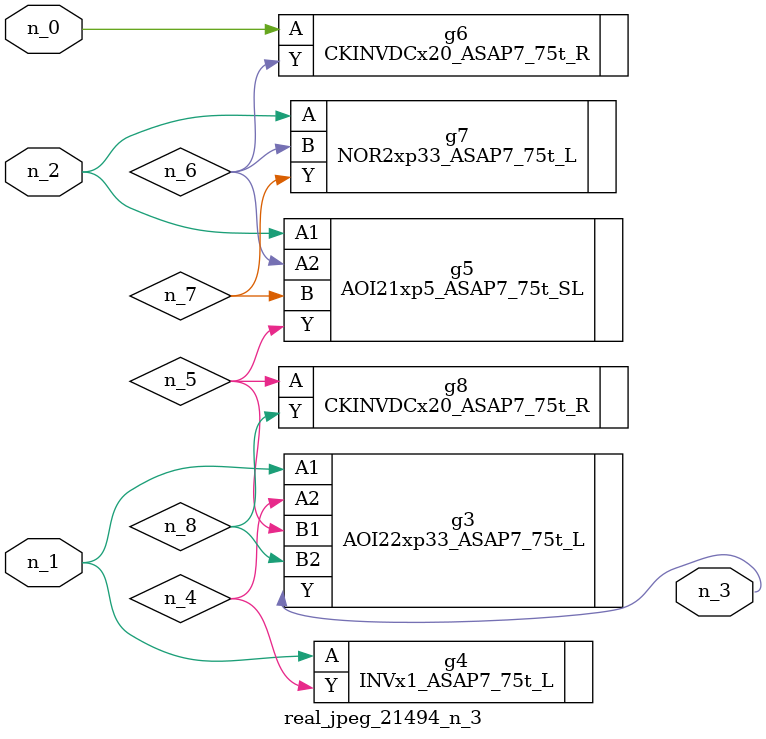
<source format=v>
module real_jpeg_21494_n_3 (n_1, n_0, n_2, n_3);

input n_1;
input n_0;
input n_2;

output n_3;

wire n_5;
wire n_8;
wire n_4;
wire n_6;
wire n_7;

CKINVDCx20_ASAP7_75t_R g6 ( 
.A(n_0),
.Y(n_6)
);

AOI22xp33_ASAP7_75t_L g3 ( 
.A1(n_1),
.A2(n_4),
.B1(n_5),
.B2(n_8),
.Y(n_3)
);

INVx1_ASAP7_75t_L g4 ( 
.A(n_1),
.Y(n_4)
);

AOI21xp5_ASAP7_75t_SL g5 ( 
.A1(n_2),
.A2(n_6),
.B(n_7),
.Y(n_5)
);

NOR2xp33_ASAP7_75t_L g7 ( 
.A(n_2),
.B(n_6),
.Y(n_7)
);

CKINVDCx20_ASAP7_75t_R g8 ( 
.A(n_5),
.Y(n_8)
);


endmodule
</source>
